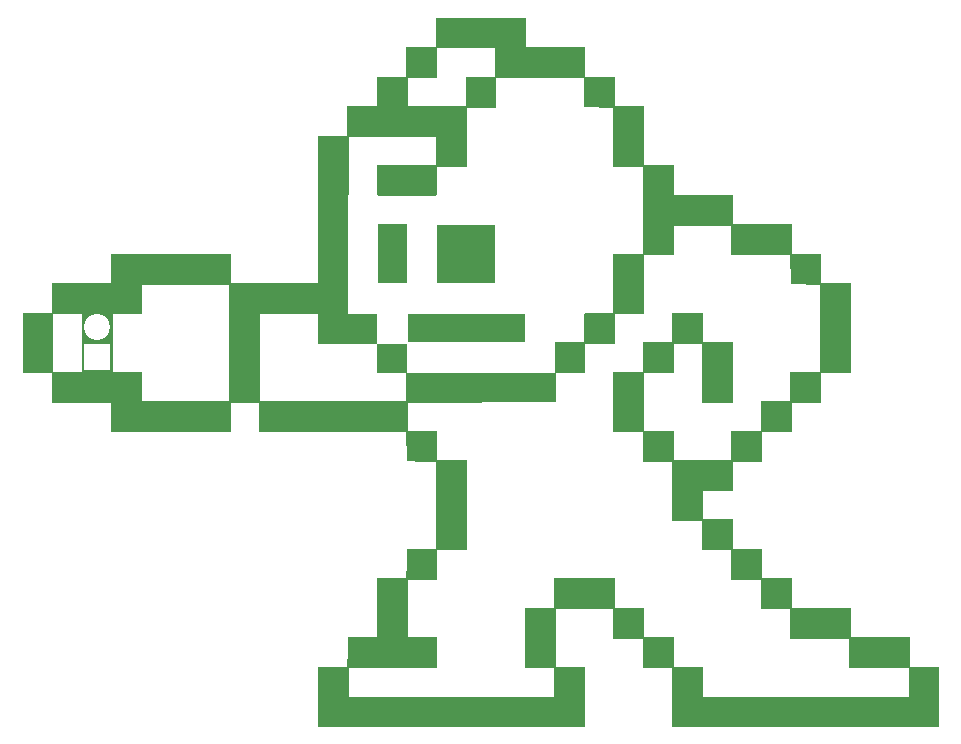
<source format=gbr>
G04 #@! TF.GenerationSoftware,KiCad,Pcbnew,5.1.2*
G04 #@! TF.CreationDate,2019-07-07T07:42:55-07:00*
G04 #@! TF.ProjectId,MegaMan_SAO,4d656761-4d61-46e5-9f53-414f2e6b6963,rev?*
G04 #@! TF.SameCoordinates,Original*
G04 #@! TF.FileFunction,Legend,Top*
G04 #@! TF.FilePolarity,Positive*
%FSLAX46Y46*%
G04 Gerber Fmt 4.6, Leading zero omitted, Abs format (unit mm)*
G04 Created by KiCad (PCBNEW 5.1.2) date 2019-07-07 07:42:55*
%MOMM*%
%LPD*%
G04 APERTURE LIST*
%ADD10C,0.010000*%
%ADD11C,2.127200*%
%ADD12O,2.127200X2.127200*%
%ADD13R,2.127200X2.127200*%
%ADD14R,2.200000X2.200000*%
%ADD15C,2.200000*%
G04 APERTURE END LIST*
D10*
G36*
X101270000Y-92549333D02*
G01*
X96274666Y-92549333D01*
X96274666Y-87511666D01*
X101270000Y-87511666D01*
X101270000Y-92549333D01*
X101270000Y-92549333D01*
G37*
X101270000Y-92549333D02*
X96274666Y-92549333D01*
X96274666Y-87511666D01*
X101270000Y-87511666D01*
X101270000Y-92549333D01*
G36*
X93777000Y-92549333D02*
G01*
X92535222Y-92549333D01*
X92219087Y-92548406D01*
X91930712Y-92545784D01*
X91680881Y-92541708D01*
X91480377Y-92536417D01*
X91339984Y-92530151D01*
X91270486Y-92523148D01*
X91265222Y-92521111D01*
X91260111Y-92474796D01*
X91255298Y-92351316D01*
X91250867Y-92158172D01*
X91246901Y-91902864D01*
X91243486Y-91592894D01*
X91240704Y-91235764D01*
X91238641Y-90838973D01*
X91237380Y-90410024D01*
X91237000Y-90002277D01*
X91237000Y-87511666D01*
X93777000Y-87511666D01*
X93777000Y-92549333D01*
X93777000Y-92549333D01*
G37*
X93777000Y-92549333D02*
X92535222Y-92549333D01*
X92219087Y-92548406D01*
X91930712Y-92545784D01*
X91680881Y-92541708D01*
X91480377Y-92536417D01*
X91339984Y-92530151D01*
X91270486Y-92523148D01*
X91265222Y-92521111D01*
X91260111Y-92474796D01*
X91255298Y-92351316D01*
X91250867Y-92158172D01*
X91246901Y-91902864D01*
X91243486Y-91592894D01*
X91240704Y-91235764D01*
X91238641Y-90838973D01*
X91237380Y-90410024D01*
X91237000Y-90002277D01*
X91237000Y-87511666D01*
X93777000Y-87511666D01*
X93777000Y-92549333D01*
G36*
X103767666Y-72525666D02*
G01*
X108805333Y-72525666D01*
X108805333Y-75023333D01*
X111303000Y-75023333D01*
X111303000Y-77521000D01*
X113800666Y-77521000D01*
X113800666Y-82516333D01*
X116298333Y-82516333D01*
X116298333Y-85014000D01*
X121293666Y-85014000D01*
X121293666Y-87511666D01*
X126289000Y-87511666D01*
X126289000Y-90009333D01*
X128786666Y-90009333D01*
X128786666Y-92507000D01*
X131284333Y-92507000D01*
X131284333Y-100042333D01*
X128786666Y-100042333D01*
X128786666Y-102540000D01*
X126289000Y-102540000D01*
X126289000Y-105037666D01*
X123791333Y-105037666D01*
X123791333Y-107535333D01*
X121293666Y-107535333D01*
X121293666Y-110033000D01*
X118796000Y-110033000D01*
X118796000Y-112488333D01*
X121293666Y-112488333D01*
X121293666Y-114986000D01*
X123791333Y-114986000D01*
X123791333Y-117483666D01*
X126289000Y-117483666D01*
X126289000Y-119981333D01*
X131284333Y-119981333D01*
X131284333Y-122478323D01*
X133771416Y-122489244D01*
X136258500Y-122500166D01*
X136280926Y-125019000D01*
X138777333Y-125019000D01*
X138777333Y-130014333D01*
X116256000Y-130014333D01*
X116256000Y-125019000D01*
X113758333Y-125019000D01*
X113758333Y-122521333D01*
X111260666Y-122521333D01*
X111260666Y-120023666D01*
X106307666Y-120023666D01*
X106307666Y-125019000D01*
X108805333Y-125019000D01*
X108805333Y-130014333D01*
X86241666Y-130014333D01*
X86241666Y-125019000D01*
X88738073Y-125019000D01*
X88781666Y-125019000D01*
X88781666Y-127516666D01*
X106265333Y-127516666D01*
X106265333Y-125019000D01*
X103767666Y-125019000D01*
X103767666Y-119981333D01*
X106265333Y-119981333D01*
X106265333Y-117482995D01*
X111281833Y-117504833D01*
X111293055Y-118742444D01*
X111304276Y-119980056D01*
X113779500Y-120002500D01*
X113790721Y-121240111D01*
X113801943Y-122477723D01*
X115039555Y-122488944D01*
X116277166Y-122500166D01*
X116288379Y-123759583D01*
X116299593Y-125019000D01*
X118796000Y-125019000D01*
X118796000Y-127516666D01*
X136279666Y-127516666D01*
X136279666Y-125019000D01*
X131242000Y-125019000D01*
X131242000Y-122521333D01*
X126246666Y-122521333D01*
X126246666Y-120023666D01*
X123749000Y-120023666D01*
X123749000Y-117526000D01*
X121251333Y-117526000D01*
X121251333Y-115028333D01*
X118753666Y-115028333D01*
X118753666Y-112530666D01*
X116256000Y-112530666D01*
X116256000Y-107535333D01*
X113758333Y-107535333D01*
X113758333Y-105037666D01*
X111260666Y-105037666D01*
X111260666Y-100000000D01*
X113758333Y-100000000D01*
X113758333Y-97502333D01*
X116256000Y-97502333D01*
X116256000Y-95004666D01*
X118796000Y-95004666D01*
X118796000Y-97502333D01*
X121293666Y-97502333D01*
X121293666Y-102540000D01*
X118753666Y-102540000D01*
X118753666Y-97544666D01*
X116298333Y-97544666D01*
X116298333Y-100042333D01*
X113800666Y-100042333D01*
X113800666Y-104995333D01*
X116298333Y-104995333D01*
X116298333Y-107493000D01*
X121251333Y-107493000D01*
X121251333Y-104995333D01*
X123749000Y-104995333D01*
X123749000Y-102497666D01*
X126246666Y-102497666D01*
X126246666Y-100000000D01*
X128744333Y-100000000D01*
X128744333Y-92550612D01*
X126267833Y-92528166D01*
X126245387Y-90051666D01*
X121251333Y-90051666D01*
X121251333Y-87554000D01*
X116298333Y-87554000D01*
X116298333Y-90051666D01*
X113800666Y-90051666D01*
X113800666Y-95047000D01*
X111303000Y-95047000D01*
X111303000Y-97544666D01*
X108806612Y-97544666D01*
X108784166Y-100021166D01*
X107546555Y-100032388D01*
X106308943Y-100043610D01*
X106297721Y-101281221D01*
X106286500Y-102518833D01*
X93777000Y-102540279D01*
X93777000Y-104995333D01*
X96274666Y-104995333D01*
X96274666Y-107493000D01*
X98772333Y-107493000D01*
X98772333Y-115028333D01*
X96274666Y-115028333D01*
X96274666Y-117526000D01*
X93777000Y-117526000D01*
X93777000Y-122477721D01*
X95015250Y-122488943D01*
X96253500Y-122500166D01*
X96275926Y-125019000D01*
X88781666Y-125019000D01*
X88738073Y-125019000D01*
X88749286Y-123759583D01*
X88760500Y-122500166D01*
X89998411Y-122488944D01*
X91236323Y-122477722D01*
X91247245Y-119991277D01*
X91258166Y-117504833D01*
X92495778Y-117493611D01*
X93733389Y-117482389D01*
X93744611Y-116244778D01*
X93755833Y-115007166D01*
X95015250Y-114995953D01*
X96274666Y-114984740D01*
X96274666Y-107536593D01*
X95015250Y-107525379D01*
X93755833Y-107514166D01*
X93733387Y-105037666D01*
X81246333Y-105037666D01*
X81246333Y-102540000D01*
X78791000Y-102540000D01*
X78791000Y-105037666D01*
X68758000Y-105037666D01*
X68758000Y-102540000D01*
X63762666Y-102540000D01*
X63762666Y-100042333D01*
X61265000Y-100042333D01*
X61265000Y-95047000D01*
X63762666Y-95047000D01*
X63762666Y-100000000D01*
X66260333Y-100000000D01*
X66260333Y-95048278D01*
X68800333Y-95048278D01*
X68800333Y-100000000D01*
X71298000Y-100000000D01*
X71298000Y-102497666D01*
X78748666Y-102497666D01*
X78748666Y-95047000D01*
X81288666Y-95047000D01*
X81288666Y-102497666D01*
X93734666Y-102497666D01*
X93734666Y-100043612D01*
X91258166Y-100021166D01*
X91246943Y-98782916D01*
X91235721Y-97544666D01*
X86241666Y-97544666D01*
X86241666Y-95047000D01*
X81288666Y-95047000D01*
X78748666Y-95047000D01*
X78748666Y-92549333D01*
X71299278Y-92549333D01*
X71288056Y-93787583D01*
X71276833Y-95025833D01*
X70038583Y-95037056D01*
X68800333Y-95048278D01*
X66260333Y-95048278D01*
X66260333Y-95047000D01*
X63762666Y-95047000D01*
X61265000Y-95047000D01*
X61265000Y-95004666D01*
X63762666Y-95004666D01*
X63762666Y-92507000D01*
X68758000Y-92507000D01*
X68758000Y-90009333D01*
X78791000Y-90009333D01*
X78791000Y-92507000D01*
X86241666Y-92507000D01*
X86241666Y-80061000D01*
X88781666Y-80061000D01*
X88781666Y-95004666D01*
X91279333Y-95004666D01*
X91279333Y-97502333D01*
X93733387Y-97502333D01*
X93755833Y-95025833D01*
X98761750Y-95015076D01*
X103767666Y-95004319D01*
X103767666Y-97544666D01*
X93777000Y-97544666D01*
X93777000Y-100000000D01*
X106265333Y-100000000D01*
X106265333Y-97502333D01*
X108763000Y-97502333D01*
X108763000Y-95004666D01*
X111260666Y-95004666D01*
X111260666Y-90009333D01*
X113758333Y-90009333D01*
X113758333Y-82558666D01*
X111260666Y-82558666D01*
X111260666Y-77564612D01*
X108784166Y-77542166D01*
X108772953Y-76282750D01*
X108761740Y-75023333D01*
X101270000Y-75023333D01*
X101270000Y-77563333D01*
X98772333Y-77563333D01*
X98772333Y-82558666D01*
X96274666Y-82558666D01*
X96274666Y-85057004D01*
X91258166Y-85035166D01*
X91246953Y-83775750D01*
X91235740Y-82516333D01*
X96274666Y-82516333D01*
X96274666Y-80061000D01*
X88781666Y-80061000D01*
X86241666Y-80061000D01*
X86241666Y-80018666D01*
X88739333Y-80018666D01*
X88739333Y-77521000D01*
X91237000Y-77521000D01*
X91237000Y-75023333D01*
X93734666Y-75023333D01*
X93777000Y-75023333D01*
X93777000Y-77521000D01*
X98772333Y-77521000D01*
X98772333Y-75023333D01*
X101270000Y-75023333D01*
X101270000Y-72525666D01*
X96274666Y-72525666D01*
X96274666Y-75023333D01*
X93777000Y-75023333D01*
X93734666Y-75023333D01*
X93734666Y-72525666D01*
X96274666Y-72525666D01*
X96274666Y-70028000D01*
X103767666Y-70028000D01*
X103767666Y-72525666D01*
X103767666Y-72525666D01*
G37*
X103767666Y-72525666D02*
X108805333Y-72525666D01*
X108805333Y-75023333D01*
X111303000Y-75023333D01*
X111303000Y-77521000D01*
X113800666Y-77521000D01*
X113800666Y-82516333D01*
X116298333Y-82516333D01*
X116298333Y-85014000D01*
X121293666Y-85014000D01*
X121293666Y-87511666D01*
X126289000Y-87511666D01*
X126289000Y-90009333D01*
X128786666Y-90009333D01*
X128786666Y-92507000D01*
X131284333Y-92507000D01*
X131284333Y-100042333D01*
X128786666Y-100042333D01*
X128786666Y-102540000D01*
X126289000Y-102540000D01*
X126289000Y-105037666D01*
X123791333Y-105037666D01*
X123791333Y-107535333D01*
X121293666Y-107535333D01*
X121293666Y-110033000D01*
X118796000Y-110033000D01*
X118796000Y-112488333D01*
X121293666Y-112488333D01*
X121293666Y-114986000D01*
X123791333Y-114986000D01*
X123791333Y-117483666D01*
X126289000Y-117483666D01*
X126289000Y-119981333D01*
X131284333Y-119981333D01*
X131284333Y-122478323D01*
X133771416Y-122489244D01*
X136258500Y-122500166D01*
X136280926Y-125019000D01*
X138777333Y-125019000D01*
X138777333Y-130014333D01*
X116256000Y-130014333D01*
X116256000Y-125019000D01*
X113758333Y-125019000D01*
X113758333Y-122521333D01*
X111260666Y-122521333D01*
X111260666Y-120023666D01*
X106307666Y-120023666D01*
X106307666Y-125019000D01*
X108805333Y-125019000D01*
X108805333Y-130014333D01*
X86241666Y-130014333D01*
X86241666Y-125019000D01*
X88738073Y-125019000D01*
X88781666Y-125019000D01*
X88781666Y-127516666D01*
X106265333Y-127516666D01*
X106265333Y-125019000D01*
X103767666Y-125019000D01*
X103767666Y-119981333D01*
X106265333Y-119981333D01*
X106265333Y-117482995D01*
X111281833Y-117504833D01*
X111293055Y-118742444D01*
X111304276Y-119980056D01*
X113779500Y-120002500D01*
X113790721Y-121240111D01*
X113801943Y-122477723D01*
X115039555Y-122488944D01*
X116277166Y-122500166D01*
X116288379Y-123759583D01*
X116299593Y-125019000D01*
X118796000Y-125019000D01*
X118796000Y-127516666D01*
X136279666Y-127516666D01*
X136279666Y-125019000D01*
X131242000Y-125019000D01*
X131242000Y-122521333D01*
X126246666Y-122521333D01*
X126246666Y-120023666D01*
X123749000Y-120023666D01*
X123749000Y-117526000D01*
X121251333Y-117526000D01*
X121251333Y-115028333D01*
X118753666Y-115028333D01*
X118753666Y-112530666D01*
X116256000Y-112530666D01*
X116256000Y-107535333D01*
X113758333Y-107535333D01*
X113758333Y-105037666D01*
X111260666Y-105037666D01*
X111260666Y-100000000D01*
X113758333Y-100000000D01*
X113758333Y-97502333D01*
X116256000Y-97502333D01*
X116256000Y-95004666D01*
X118796000Y-95004666D01*
X118796000Y-97502333D01*
X121293666Y-97502333D01*
X121293666Y-102540000D01*
X118753666Y-102540000D01*
X118753666Y-97544666D01*
X116298333Y-97544666D01*
X116298333Y-100042333D01*
X113800666Y-100042333D01*
X113800666Y-104995333D01*
X116298333Y-104995333D01*
X116298333Y-107493000D01*
X121251333Y-107493000D01*
X121251333Y-104995333D01*
X123749000Y-104995333D01*
X123749000Y-102497666D01*
X126246666Y-102497666D01*
X126246666Y-100000000D01*
X128744333Y-100000000D01*
X128744333Y-92550612D01*
X126267833Y-92528166D01*
X126245387Y-90051666D01*
X121251333Y-90051666D01*
X121251333Y-87554000D01*
X116298333Y-87554000D01*
X116298333Y-90051666D01*
X113800666Y-90051666D01*
X113800666Y-95047000D01*
X111303000Y-95047000D01*
X111303000Y-97544666D01*
X108806612Y-97544666D01*
X108784166Y-100021166D01*
X107546555Y-100032388D01*
X106308943Y-100043610D01*
X106297721Y-101281221D01*
X106286500Y-102518833D01*
X93777000Y-102540279D01*
X93777000Y-104995333D01*
X96274666Y-104995333D01*
X96274666Y-107493000D01*
X98772333Y-107493000D01*
X98772333Y-115028333D01*
X96274666Y-115028333D01*
X96274666Y-117526000D01*
X93777000Y-117526000D01*
X93777000Y-122477721D01*
X95015250Y-122488943D01*
X96253500Y-122500166D01*
X96275926Y-125019000D01*
X88781666Y-125019000D01*
X88738073Y-125019000D01*
X88749286Y-123759583D01*
X88760500Y-122500166D01*
X89998411Y-122488944D01*
X91236323Y-122477722D01*
X91247245Y-119991277D01*
X91258166Y-117504833D01*
X92495778Y-117493611D01*
X93733389Y-117482389D01*
X93744611Y-116244778D01*
X93755833Y-115007166D01*
X95015250Y-114995953D01*
X96274666Y-114984740D01*
X96274666Y-107536593D01*
X95015250Y-107525379D01*
X93755833Y-107514166D01*
X93733387Y-105037666D01*
X81246333Y-105037666D01*
X81246333Y-102540000D01*
X78791000Y-102540000D01*
X78791000Y-105037666D01*
X68758000Y-105037666D01*
X68758000Y-102540000D01*
X63762666Y-102540000D01*
X63762666Y-100042333D01*
X61265000Y-100042333D01*
X61265000Y-95047000D01*
X63762666Y-95047000D01*
X63762666Y-100000000D01*
X66260333Y-100000000D01*
X66260333Y-95048278D01*
X68800333Y-95048278D01*
X68800333Y-100000000D01*
X71298000Y-100000000D01*
X71298000Y-102497666D01*
X78748666Y-102497666D01*
X78748666Y-95047000D01*
X81288666Y-95047000D01*
X81288666Y-102497666D01*
X93734666Y-102497666D01*
X93734666Y-100043612D01*
X91258166Y-100021166D01*
X91246943Y-98782916D01*
X91235721Y-97544666D01*
X86241666Y-97544666D01*
X86241666Y-95047000D01*
X81288666Y-95047000D01*
X78748666Y-95047000D01*
X78748666Y-92549333D01*
X71299278Y-92549333D01*
X71288056Y-93787583D01*
X71276833Y-95025833D01*
X70038583Y-95037056D01*
X68800333Y-95048278D01*
X66260333Y-95048278D01*
X66260333Y-95047000D01*
X63762666Y-95047000D01*
X61265000Y-95047000D01*
X61265000Y-95004666D01*
X63762666Y-95004666D01*
X63762666Y-92507000D01*
X68758000Y-92507000D01*
X68758000Y-90009333D01*
X78791000Y-90009333D01*
X78791000Y-92507000D01*
X86241666Y-92507000D01*
X86241666Y-80061000D01*
X88781666Y-80061000D01*
X88781666Y-95004666D01*
X91279333Y-95004666D01*
X91279333Y-97502333D01*
X93733387Y-97502333D01*
X93755833Y-95025833D01*
X98761750Y-95015076D01*
X103767666Y-95004319D01*
X103767666Y-97544666D01*
X93777000Y-97544666D01*
X93777000Y-100000000D01*
X106265333Y-100000000D01*
X106265333Y-97502333D01*
X108763000Y-97502333D01*
X108763000Y-95004666D01*
X111260666Y-95004666D01*
X111260666Y-90009333D01*
X113758333Y-90009333D01*
X113758333Y-82558666D01*
X111260666Y-82558666D01*
X111260666Y-77564612D01*
X108784166Y-77542166D01*
X108772953Y-76282750D01*
X108761740Y-75023333D01*
X101270000Y-75023333D01*
X101270000Y-77563333D01*
X98772333Y-77563333D01*
X98772333Y-82558666D01*
X96274666Y-82558666D01*
X96274666Y-85057004D01*
X91258166Y-85035166D01*
X91246953Y-83775750D01*
X91235740Y-82516333D01*
X96274666Y-82516333D01*
X96274666Y-80061000D01*
X88781666Y-80061000D01*
X86241666Y-80061000D01*
X86241666Y-80018666D01*
X88739333Y-80018666D01*
X88739333Y-77521000D01*
X91237000Y-77521000D01*
X91237000Y-75023333D01*
X93734666Y-75023333D01*
X93777000Y-75023333D01*
X93777000Y-77521000D01*
X98772333Y-77521000D01*
X98772333Y-75023333D01*
X101270000Y-75023333D01*
X101270000Y-72525666D01*
X96274666Y-72525666D01*
X96274666Y-75023333D01*
X93777000Y-75023333D01*
X93734666Y-75023333D01*
X93734666Y-72525666D01*
X96274666Y-72525666D01*
X96274666Y-70028000D01*
X103767666Y-70028000D01*
X103767666Y-72525666D01*
%LPC*%
G36*
X91279333Y-92507000D02*
G01*
X93777000Y-92507000D01*
X93777000Y-87511666D01*
X96274666Y-87511666D01*
X96274666Y-92507000D01*
X101270000Y-92507000D01*
X101270000Y-87511666D01*
X96274666Y-87511666D01*
X96274666Y-85014000D01*
X106265333Y-85014000D01*
X106265333Y-87511666D01*
X108763000Y-87511666D01*
X108763000Y-95047000D01*
X106265333Y-95047000D01*
X106265333Y-100042333D01*
X93777000Y-100042333D01*
X93777000Y-97544666D01*
X91279333Y-97544666D01*
X91279333Y-95047000D01*
X93777000Y-95047000D01*
X93777000Y-97502333D01*
X103767666Y-97502333D01*
X103767666Y-95047000D01*
X93777000Y-95047000D01*
X91279333Y-95047000D01*
X88781666Y-95047000D01*
X88781666Y-85014000D01*
X91279333Y-85014000D01*
X91279333Y-92507000D01*
X91279333Y-92507000D01*
G37*
X91279333Y-92507000D02*
X93777000Y-92507000D01*
X93777000Y-87511666D01*
X96274666Y-87511666D01*
X96274666Y-92507000D01*
X101270000Y-92507000D01*
X101270000Y-87511666D01*
X96274666Y-87511666D01*
X96274666Y-85014000D01*
X106265333Y-85014000D01*
X106265333Y-87511666D01*
X108763000Y-87511666D01*
X108763000Y-95047000D01*
X106265333Y-95047000D01*
X106265333Y-100042333D01*
X93777000Y-100042333D01*
X93777000Y-97544666D01*
X91279333Y-97544666D01*
X91279333Y-95047000D01*
X93777000Y-95047000D01*
X93777000Y-97502333D01*
X103767666Y-97502333D01*
X103767666Y-95047000D01*
X93777000Y-95047000D01*
X91279333Y-95047000D01*
X88781666Y-95047000D01*
X88781666Y-85014000D01*
X91279333Y-85014000D01*
X91279333Y-92507000D01*
D11*
X107600000Y-103750000D03*
X107600000Y-106290000D03*
D12*
X105060000Y-103750000D03*
X105060000Y-106290000D03*
X102520000Y-103750000D03*
D13*
X102520000Y-106290000D03*
D14*
X67500000Y-98750000D03*
D15*
X67500000Y-96210000D03*
M02*

</source>
